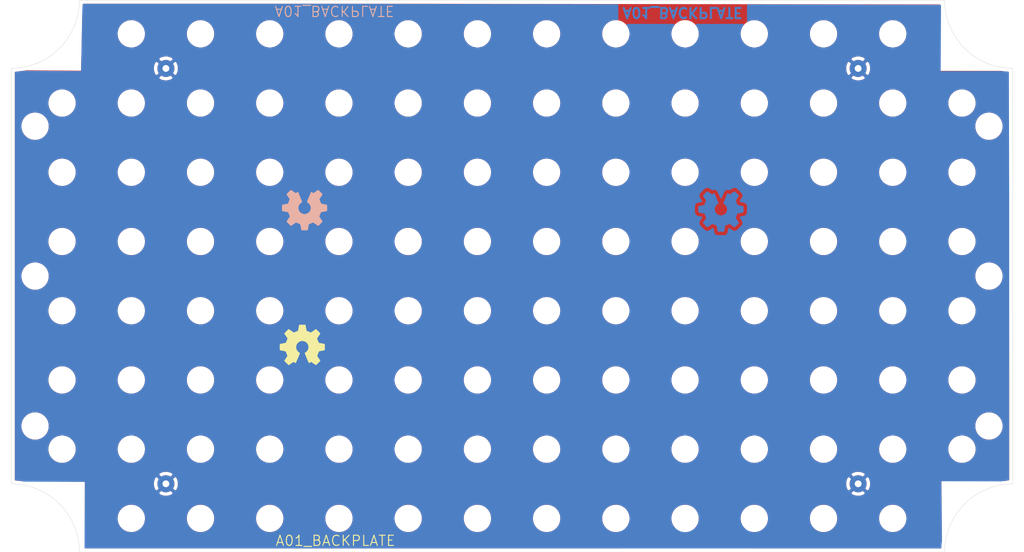
<source format=kicad_pcb>
(kicad_pcb (version 20171130) (host pcbnew 5.1.5-52549c5~86~ubuntu18.04.1)
  (title_block (title "TUSISTEMITA TEMPLATE") (company Galopago))
  (layers (0 F.Cu signal) (31 B.Cu signal) (34 B.Paste user) (35 F.Paste user) (36 B.SilkS user) (37 F.SilkS user) (38 B.Mask user) (39 F.Mask user) (44 Edge.Cuts user))
  (net 0 "")
  (net 1 "Net-(J0-Pad1)")
  (module Symbol:OSHW-Symbol_6.7x6mm_Copper (layer B.Cu) (at 124.1552 51.0032)
    (fp_text reference REF** hide)
    (fp_text value OSHW-Symbol_6.7x6mm_Copper hide)
    (fp_poly (pts (xy 0.555814 2.531069) (xy 0.639635 2.086445) (xy 0.94892 1.958947) (xy 1.258206 1.831449) (xy 1.629246 2.083754) (xy 1.733157 2.154004) (xy 1.827087 2.216728) (xy 1.906652 2.269062) (xy 1.96747 2.308143) (xy 2.005157 2.331107) (xy 2.015421 2.336058) (xy 2.03391 2.323324) (xy 2.07342 2.288118) (xy 2.129522 2.234938) (xy 2.197787 2.168282) (xy 2.273786 2.092646) (xy 2.353092 2.012528) (xy 2.431275 1.932426) (xy 2.503907 1.856836) (xy 2.566559 1.790255) (xy 2.614803 1.737182) (xy 2.64421 1.702113) (xy 2.651241 1.690377) (xy 2.641123 1.66874) (xy 2.612759 1.621338) (xy 2.569129 1.552807) (xy 2.513218 1.467785) (xy 2.448006 1.370907) (xy 2.410219 1.31565) (xy 2.341343 1.214752) (xy 2.28014 1.123701) (xy 2.229578 1.04703) (xy 2.192628 0.989272) (xy 2.172258 0.954957) (xy 2.169197 0.947746) (xy 2.176136 0.927252) (xy 2.195051 0.879487) (xy 2.223087 0.811168) (xy 2.257391 0.729011) (xy 2.295109 0.63973) (xy 2.333387 0.550042) (xy 2.36937 0.466662) (xy 2.400206 0.396306) (xy 2.423039 0.34569) (xy 2.435017 0.321529) (xy 2.435724 0.320578) (xy 2.454531 0.315964) (xy 2.504618 0.305672) (xy 2.580793 0.290713) (xy 2.677865 0.272099) (xy 2.790643 0.250841) (xy 2.856442 0.238582) (xy 2.97695 0.215638) (xy 3.085797 0.193805) (xy 3.177476 0.174278) (xy 3.246481 0.158252) (xy 3.287304 0.146921) (xy 3.295511 0.143326) (xy 3.303548 0.118994) (xy 3.310033 0.064041) (xy 3.31497 -0.015108) (xy 3.318364 -0.112026) (xy 3.320218 -0.220287) (xy 3.320538 -0.333465) (xy 3.319327 -0.445135) (xy 3.31659 -0.548868) (xy 3.312331 -0.638241) (xy 3.306555 -0.706826) (xy 3.299267 -0.748197) (xy 3.294895 -0.75681) (xy 3.268764 -0.767133) (xy 3.213393 -0.781892) (xy 3.136107 -0.799352) (xy 3.04423 -0.81778) (xy 3.012158 -0.823741) (xy 2.857524 -0.852066) (xy 2.735375 -0.874876) (xy 2.641673 -0.89308) (xy 2.572384 -0.907583) (xy 2.523471 -0.919292) (xy 2.490897 -0.929115) (xy 2.470628 -0.937956) (xy 2.458626 -0.946724) (xy 2.456947 -0.948457) (xy 2.440184 -0.976371) (xy 2.414614 -1.030695) (xy 2.382788 -1.104777) (xy 2.34726 -1.191965) (xy 2.310583 -1.285608) (xy 2.275311 -1.379052) (xy 2.243996 -1.465647) (xy 2.219193 -1.53874) (xy 2.203454 -1.591678) (xy 2.199332 -1.617811) (xy 2.199676 -1.618726) (xy 2.213641 -1.640086) (xy 2.245322 -1.687084) (xy 2.291391 -1.754827) (xy 2.348518 -1.838423) (xy 2.413373 -1.932982) (xy 2.431843 -1.959854) (xy 2.497699 -2.057275) (xy 2.55565 -2.146163) (xy 2.602538 -2.221412) (xy 2.635207 -2.27792) (xy 2.6505 -2.310581) (xy 2.651241 -2.314593) (xy 2.638392 -2.335684) (xy 2.602888 -2.377464) (xy 2.549293 -2.435445) (xy 2.482171 -2.505135) (xy 2.406087 -2.582045) (xy 2.325604 -2.661683) (xy 2.245287 -2.739561) (xy 2.169699 -2.811186) (xy 2.103405 -2.87207) (xy 2.050969 -2.917721) (xy 2.016955 -2.94365) (xy 2.007545 -2.947883) (xy 1.985643 -2.937912) (xy 1.9408 -2.91102) (xy 1.880321 -2.871736) (xy 1.833789 -2.840117) (xy 1.749475 -2.782098) (xy 1.649626 -2.713784) (xy 1.549473 -2.645579) (xy 1.495627 -2.609075) (xy 1.313371 -2.4858) (xy 1.160381 -2.56852) (xy 1.090682 -2.604759) (xy 1.031414 -2.632926) (xy 0.991311 -2.648991) (xy 0.981103 -2.651226) (xy 0.968829 -2.634722) (xy 0.944613 -2.588082) (xy 0.910263 -2.515609) (xy 0.867588 -2.421606) (xy 0.818394 -2.310374) (xy 0.76449 -2.186215) (xy 0.707684 -2.053432) (xy 0.649782 -1.916327) (xy 0.592593 -1.779202) (xy 0.537924 -1.646358) (xy 0.487584 -1.522098) (xy 0.44338 -1.410725) (xy 0.407119 -1.316539) (xy 0.380609 -1.243844) (xy 0.365658 -1.196941) (xy 0.363254 -1.180833) (xy 0.382311 -1.160286) (xy 0.424036 -1.126933) (xy 0.479706 -1.087702) (xy 0.484378 -1.084599) (xy 0.628264 -0.969423) (xy 0.744283 -0.835053) (xy 0.83143 -0.685784) (xy 0.888699 -0.525913) (xy 0.915086 -0.359737) (xy 0.909585 -0.191552) (xy 0.87119 -0.025655) (xy 0.798895 0.133658) (xy 0.777626 0.168513) (xy 0.666996 0.309263) (xy 0.536302 0.422286) (xy 0.390064 0.506997) (xy 0.232808 0.562806) (xy 0.069057 0.589126) (xy -0.096667 0.58537) (xy -0.259838 0.55095) (xy -0.415935 0.485277) (xy -0.560433 0.387765) (xy -0.605131 0.348187) (xy -0.718888 0.224297) (xy -0.801782 0.093876) (xy -0.858644 -0.052315) (xy -0.890313 -0.197088) (xy -0.898131 -0.35986) (xy -0.872062 -0.52344) (xy -0.814755 -0.682298) (xy -0.728856 -0.830906) (xy -0.617014 -0.963735) (xy -0.481877 -1.075256) (xy -0.464117 -1.087011) (xy -0.40785 -1.125508) (xy -0.365077 -1.158863) (xy -0.344628 -1.18016) (xy -0.344331 -1.180833) (xy -0.348721 -1.203871) (xy -0.366124 -1.256157) (xy -0.394732 -1.33339) (xy -0.432735 -1.431268) (xy -0.478326 -1.545491) (xy -0.529697 -1.671758) (xy -0.585038 -1.805767) (xy -0.642542 -1.943218) (xy -0.700399 -2.079808) (xy -0.756802 -2.211237) (xy -0.809942 -2.333205) (xy -0.85801 -2.441409) (xy -0.899199 -2.531549) (xy -0.931699 -2.599323) (xy -0.953703 -2.64043) (xy -0.962564 -2.651226) (xy -0.98964 -2.642819) (xy -1.040303 -2.620272) (xy -1.105817 -2.587613) (xy -1.141841 -2.56852) (xy -1.294832 -2.4858) (xy -1.477088 -2.609075) (xy -1.570125 -2.672228) (xy -1.671985 -2.741727) (xy -1.767438 -2.807165) (xy -1.81525 -2.840117) (xy -1.882495 -2.885273) (xy -1.939436 -2.921057) (xy -1.978646 -2.942938) (xy -1.991381 -2.947563) (xy -2.009917 -2.935085) (xy -2.050941 -2.900252) (xy -2.110475 -2.846678) (xy -2.184542 -2.777983) (xy -2.269165 -2.697781) (xy -2.322685 -2.646286) (xy -2.416319 -2.554286) (xy -2.497241 -2.471999) (xy -2.562177 -2.402945) (xy -2.607858 -2.350644) (xy -2.631011 -2.318616) (xy -2.633232 -2.312116) (xy -2.622924 -2.287394) (xy -2.594439 -2.237405) (xy -2.550937 -2.167212) (xy -2.495577 -2.081875) (xy -2.43152 -1.986456) (xy -2.413303 -1.959854) (xy -2.346927 -1.863167) (xy -2.287378 -1.776117) (xy -2.237984 -1.703595) (xy -2.202075 -1.650493) (xy -2.182981 -1.621703) (xy -2.181136 -1.618726) (xy -2.183895 -1.595782) (xy -2.198538 -1.545336) (xy -2.222513 -1.474041) (xy -2.253266 -1.388547) (xy -2.288244 -1.295507) (xy -2.324893 -1.201574) (xy -2.360661 -1.113399) (xy -2.392994 -1.037634) (xy -2.419338 -0.980931) (xy -2.437142 -0.949943) (xy -2.438407 -0.948457) (xy -2.449294 -0.939601) (xy -2.467682 -0.930843) (xy -2.497606 -0.921277) (xy -2.543103 -0.909996) (xy -2.608209 -0.896093) (xy -2.696961 -0.878663) (xy -2.813393 -0.856798) (xy -2.961542 -0.829591) (xy -2.993618 -0.823741) (xy -3.088686 -0.805374) (xy -3.171565 -0.787405) (xy -3.23493 -0.771569) (xy -3.271458 -0.7596) (xy -3.276356 -0.75681) (xy -3.284427 -0.732072) (xy -3.290987 -0.67679) (xy -3.296033 -0.597389) (xy -3.299559 -0.500296) (xy -3.301561 -0.391938) (xy -3.302036 -0.27874) (xy -3.300977 -0.167128) (xy -3.298382 -0.063529) (xy -3.294246 0.025632) (xy -3.288563 0.093928) (xy -3.281331 0.134934) (xy -3.276971 0.143326) (xy -3.252698 0.151792) (xy -3.197426 0.165565) (xy -3.116662 0.18345) (xy -3.015912 0.204252) (xy -2.900683 0.226777) (xy -2.837902 0.238582) (xy -2.718787 0.260849) (xy -2.612565 0.281021) (xy -2.524427 0.298085) (xy -2.459566 0.311031) (xy -2.423174 0.318845) (xy -2.417184 0.320578) (xy -2.407061 0.34011) (xy -2.385662 0.387157) (xy -2.355839 0.454997) (xy -2.320445 0.536909) (xy -2.282332 0.626172) (xy -2.244353 0.716065) (xy -2.20936 0.799865) (xy -2.180206 0.870853) (xy -2.159743 0.922306) (xy -2.150823 0.947503) (xy -2.150657 0.948604) (xy -2.160769 0.968481) (xy -2.189117 1.014223) (xy -2.232723 1.081283) (xy -2.288606 1.165116) (xy -2.353787 1.261174) (xy -2.391679 1.31635) (xy -2.460725 1.417519) (xy -2.52205 1.50937) (xy -2.572663 1.587256) (xy -2.609571 1.646531) (xy -2.629782 1.682549) (xy -2.632701 1.690623) (xy -2.620153 1.709416) (xy -2.585463 1.749543) (xy -2.533063 1.806507) (xy -2.467384 1.875815) (xy -2.392856 1.952969) (xy -2.313913 2.033475) (xy -2.234983 2.112837) (xy -2.1605 2.18656) (xy -2.094894 2.250148) (xy -2.042596 2.299106) (xy -2.008039 2.328939) (xy -1.996478 2.336058) (xy -1.977654 2.326047) (xy -1.932631 2.297922) (xy -1.865787 2.254546) (xy -1.781499 2.198782) (xy -1.684144 2.133494) (xy -1.610707 2.083754) (xy -1.239667 1.831449) (xy -0.621095 2.086445) (xy -0.537275 2.531069) (xy -0.453454 2.975693) (xy 0.471994 2.975693) (xy 0.555814 2.531069)) (layer B.Cu) (width 0.01))
  )
  (module Symbol:OSHW-Symbol_6.7x6mm_SilkScreen (layer B.Cu) (at 63.0428 50.8)
    (fp_text reference REF** hide)
    (fp_text value OSHW-Symbol_6.7x6mm_SilkScreen hide)
  )
  (module Symbol:OSHW-Symbol_6.7x6mm_Copper (layer F.Cu) (at 123.5964 70.5612)
    (fp_text reference REF** hide)
    (fp_text value OSHW-Symbol_6.7x6mm_Copper hide)
    (fp_poly (pts (xy 0.555814 -2.531069) (xy 0.639635 -2.086445) (xy 0.94892 -1.958947) (xy 1.258206 -1.831449) (xy 1.629246 -2.083754) (xy 1.733157 -2.154004) (xy 1.827087 -2.216728) (xy 1.906652 -2.269062) (xy 1.96747 -2.308143) (xy 2.005157 -2.331107) (xy 2.015421 -2.336058) (xy 2.03391 -2.323324) (xy 2.07342 -2.288118) (xy 2.129522 -2.234938) (xy 2.197787 -2.168282) (xy 2.273786 -2.092646) (xy 2.353092 -2.012528) (xy 2.431275 -1.932426) (xy 2.503907 -1.856836) (xy 2.566559 -1.790255) (xy 2.614803 -1.737182) (xy 2.64421 -1.702113) (xy 2.651241 -1.690377) (xy 2.641123 -1.66874) (xy 2.612759 -1.621338) (xy 2.569129 -1.552807) (xy 2.513218 -1.467785) (xy 2.448006 -1.370907) (xy 2.410219 -1.31565) (xy 2.341343 -1.214752) (xy 2.28014 -1.123701) (xy 2.229578 -1.04703) (xy 2.192628 -0.989272) (xy 2.172258 -0.954957) (xy 2.169197 -0.947746) (xy 2.176136 -0.927252) (xy 2.195051 -0.879487) (xy 2.223087 -0.811168) (xy 2.257391 -0.729011) (xy 2.295109 -0.63973) (xy 2.333387 -0.550042) (xy 2.36937 -0.466662) (xy 2.400206 -0.396306) (xy 2.423039 -0.34569) (xy 2.435017 -0.321529) (xy 2.435724 -0.320578) (xy 2.454531 -0.315964) (xy 2.504618 -0.305672) (xy 2.580793 -0.290713) (xy 2.677865 -0.272099) (xy 2.790643 -0.250841) (xy 2.856442 -0.238582) (xy 2.97695 -0.215638) (xy 3.085797 -0.193805) (xy 3.177476 -0.174278) (xy 3.246481 -0.158252) (xy 3.287304 -0.146921) (xy 3.295511 -0.143326) (xy 3.303548 -0.118994) (xy 3.310033 -0.064041) (xy 3.31497 0.015108) (xy 3.318364 0.112026) (xy 3.320218 0.220287) (xy 3.320538 0.333465) (xy 3.319327 0.445135) (xy 3.31659 0.548868) (xy 3.312331 0.638241) (xy 3.306555 0.706826) (xy 3.299267 0.748197) (xy 3.294895 0.75681) (xy 3.268764 0.767133) (xy 3.213393 0.781892) (xy 3.136107 0.799352) (xy 3.04423 0.81778) (xy 3.012158 0.823741) (xy 2.857524 0.852066) (xy 2.735375 0.874876) (xy 2.641673 0.89308) (xy 2.572384 0.907583) (xy 2.523471 0.919292) (xy 2.490897 0.929115) (xy 2.470628 0.937956) (xy 2.458626 0.946724) (xy 2.456947 0.948457) (xy 2.440184 0.976371) (xy 2.414614 1.030695) (xy 2.382788 1.104777) (xy 2.34726 1.191965) (xy 2.310583 1.285608) (xy 2.275311 1.379052) (xy 2.243996 1.465647) (xy 2.219193 1.53874) (xy 2.203454 1.591678) (xy 2.199332 1.617811) (xy 2.199676 1.618726) (xy 2.213641 1.640086) (xy 2.245322 1.687084) (xy 2.291391 1.754827) (xy 2.348518 1.838423) (xy 2.413373 1.932982) (xy 2.431843 1.959854) (xy 2.497699 2.057275) (xy 2.55565 2.146163) (xy 2.602538 2.221412) (xy 2.635207 2.27792) (xy 2.6505 2.310581) (xy 2.651241 2.314593) (xy 2.638392 2.335684) (xy 2.602888 2.377464) (xy 2.549293 2.435445) (xy 2.482171 2.505135) (xy 2.406087 2.582045) (xy 2.325604 2.661683) (xy 2.245287 2.739561) (xy 2.169699 2.811186) (xy 2.103405 2.87207) (xy 2.050969 2.917721) (xy 2.016955 2.94365) (xy 2.007545 2.947883) (xy 1.985643 2.937912) (xy 1.9408 2.91102) (xy 1.880321 2.871736) (xy 1.833789 2.840117) (xy 1.749475 2.782098) (xy 1.649626 2.713784) (xy 1.549473 2.645579) (xy 1.495627 2.609075) (xy 1.313371 2.4858) (xy 1.160381 2.56852) (xy 1.090682 2.604759) (xy 1.031414 2.632926) (xy 0.991311 2.648991) (xy 0.981103 2.651226) (xy 0.968829 2.634722) (xy 0.944613 2.588082) (xy 0.910263 2.515609) (xy 0.867588 2.421606) (xy 0.818394 2.310374) (xy 0.76449 2.186215) (xy 0.707684 2.053432) (xy 0.649782 1.916327) (xy 0.592593 1.779202) (xy 0.537924 1.646358) (xy 0.487584 1.522098) (xy 0.44338 1.410725) (xy 0.407119 1.316539) (xy 0.380609 1.243844) (xy 0.365658 1.196941) (xy 0.363254 1.180833) (xy 0.382311 1.160286) (xy 0.424036 1.126933) (xy 0.479706 1.087702) (xy 0.484378 1.084599) (xy 0.628264 0.969423) (xy 0.744283 0.835053) (xy 0.83143 0.685784) (xy 0.888699 0.525913) (xy 0.915086 0.359737) (xy 0.909585 0.191552) (xy 0.87119 0.025655) (xy 0.798895 -0.133658) (xy 0.777626 -0.168513) (xy 0.666996 -0.309263) (xy 0.536302 -0.422286) (xy 0.390064 -0.506997) (xy 0.232808 -0.562806) (xy 0.069057 -0.589126) (xy -0.096667 -0.58537) (xy -0.259838 -0.55095) (xy -0.415935 -0.485277) (xy -0.560433 -0.387765) (xy -0.605131 -0.348187) (xy -0.718888 -0.224297) (xy -0.801782 -0.093876) (xy -0.858644 0.052315) (xy -0.890313 0.197088) (xy -0.898131 0.35986) (xy -0.872062 0.52344) (xy -0.814755 0.682298) (xy -0.728856 0.830906) (xy -0.617014 0.963735) (xy -0.481877 1.075256) (xy -0.464117 1.087011) (xy -0.40785 1.125508) (xy -0.365077 1.158863) (xy -0.344628 1.18016) (xy -0.344331 1.180833) (xy -0.348721 1.203871) (xy -0.366124 1.256157) (xy -0.394732 1.33339) (xy -0.432735 1.431268) (xy -0.478326 1.545491) (xy -0.529697 1.671758) (xy -0.585038 1.805767) (xy -0.642542 1.943218) (xy -0.700399 2.079808) (xy -0.756802 2.211237) (xy -0.809942 2.333205) (xy -0.85801 2.441409) (xy -0.899199 2.531549) (xy -0.931699 2.599323) (xy -0.953703 2.64043) (xy -0.962564 2.651226) (xy -0.98964 2.642819) (xy -1.040303 2.620272) (xy -1.105817 2.587613) (xy -1.141841 2.56852) (xy -1.294832 2.4858) (xy -1.477088 2.609075) (xy -1.570125 2.672228) (xy -1.671985 2.741727) (xy -1.767438 2.807165) (xy -1.81525 2.840117) (xy -1.882495 2.885273) (xy -1.939436 2.921057) (xy -1.978646 2.942938) (xy -1.991381 2.947563) (xy -2.009917 2.935085) (xy -2.050941 2.900252) (xy -2.110475 2.846678) (xy -2.184542 2.777983) (xy -2.269165 2.697781) (xy -2.322685 2.646286) (xy -2.416319 2.554286) (xy -2.497241 2.471999) (xy -2.562177 2.402945) (xy -2.607858 2.350644) (xy -2.631011 2.318616) (xy -2.633232 2.312116) (xy -2.622924 2.287394) (xy -2.594439 2.237405) (xy -2.550937 2.167212) (xy -2.495577 2.081875) (xy -2.43152 1.986456) (xy -2.413303 1.959854) (xy -2.346927 1.863167) (xy -2.287378 1.776117) (xy -2.237984 1.703595) (xy -2.202075 1.650493) (xy -2.182981 1.621703) (xy -2.181136 1.618726) (xy -2.183895 1.595782) (xy -2.198538 1.545336) (xy -2.222513 1.474041) (xy -2.253266 1.388547) (xy -2.288244 1.295507) (xy -2.324893 1.201574) (xy -2.360661 1.113399) (xy -2.392994 1.037634) (xy -2.419338 0.980931) (xy -2.437142 0.949943) (xy -2.438407 0.948457) (xy -2.449294 0.939601) (xy -2.467682 0.930843) (xy -2.497606 0.921277) (xy -2.543103 0.909996) (xy -2.608209 0.896093) (xy -2.696961 0.878663) (xy -2.813393 0.856798) (xy -2.961542 0.829591) (xy -2.993618 0.823741) (xy -3.088686 0.805374) (xy -3.171565 0.787405) (xy -3.23493 0.771569) (xy -3.271458 0.7596) (xy -3.276356 0.75681) (xy -3.284427 0.732072) (xy -3.290987 0.67679) (xy -3.296033 0.597389) (xy -3.299559 0.500296) (xy -3.301561 0.391938) (xy -3.302036 0.27874) (xy -3.300977 0.167128) (xy -3.298382 0.063529) (xy -3.294246 -0.025632) (xy -3.288563 -0.093928) (xy -3.281331 -0.134934) (xy -3.276971 -0.143326) (xy -3.252698 -0.151792) (xy -3.197426 -0.165565) (xy -3.116662 -0.18345) (xy -3.015912 -0.204252) (xy -2.900683 -0.226777) (xy -2.837902 -0.238582) (xy -2.718787 -0.260849) (xy -2.612565 -0.281021) (xy -2.524427 -0.298085) (xy -2.459566 -0.311031) (xy -2.423174 -0.318845) (xy -2.417184 -0.320578) (xy -2.407061 -0.34011) (xy -2.385662 -0.387157) (xy -2.355839 -0.454997) (xy -2.320445 -0.536909) (xy -2.282332 -0.626172) (xy -2.244353 -0.716065) (xy -2.20936 -0.799865) (xy -2.180206 -0.870853) (xy -2.159743 -0.922306) (xy -2.150823 -0.947503) (xy -2.150657 -0.948604) (xy -2.160769 -0.968481) (xy -2.189117 -1.014223) (xy -2.232723 -1.081283) (xy -2.288606 -1.165116) (xy -2.353787 -1.261174) (xy -2.391679 -1.31635) (xy -2.460725 -1.417519) (xy -2.52205 -1.50937) (xy -2.572663 -1.587256) (xy -2.609571 -1.646531) (xy -2.629782 -1.682549) (xy -2.632701 -1.690623) (xy -2.620153 -1.709416) (xy -2.585463 -1.749543) (xy -2.533063 -1.806507) (xy -2.467384 -1.875815) (xy -2.392856 -1.952969) (xy -2.313913 -2.033475) (xy -2.234983 -2.112837) (xy -2.1605 -2.18656) (xy -2.094894 -2.250148) (xy -2.042596 -2.299106) (xy -2.008039 -2.328939) (xy -1.996478 -2.336058) (xy -1.977654 -2.326047) (xy -1.932631 -2.297922) (xy -1.865787 -2.254546) (xy -1.781499 -2.198782) (xy -1.684144 -2.133494) (xy -1.610707 -2.083754) (xy -1.239667 -1.831449) (xy -0.621095 -2.086445) (xy -0.537275 -2.531069) (xy -0.453454 -2.975693) (xy 0.471994 -2.975693) (xy 0.555814 -2.531069)) (layer F.Cu) (width 0.01))
  )
  (module Symbol:OSHW-Symbol_6.7x6mm_SilkScreen (layer F.Cu) (at 62.7126 70.612)
    (fp_text reference REF** hide)
    (fp_text value OSHW-Symbol_6.7x6mm_SilkScreen hide)
  )
  (module MountingHole:MountingHole_3mm (layer F.Cu) (at 159.54 45.26)
    (fp_text reference HC13 hide)
    (fp_text value MountingHole)
    (pad 1 np_thru_hole circle (at 0 0) (size 3 3) (drill 3) (layers *.Cu *.Mask))
  )
  (module Connector_Wire:SolderWirePad_1x01_Drill1mm (layer F.Cu) (at 144.3 90.98)
    (fp_text reference J3 hide)
    (fp_text value Conn_01x01_Male)
    (pad 1 thru_hole circle (at 0 0) (size 2.49936 2.49936) (drill 1.00076) (layers *.Cu *.Mask) (net 1 "Net-(J0-Pad1)"))
  )
  (module Connector_Wire:SolderWirePad_1x01_Drill1mm (layer F.Cu) (at 144.3 30.02)
    (fp_text reference J2 hide)
    (fp_text value Conn_01x01_Male)
    (pad 1 thru_hole circle (at 0 0) (size 2.49936 2.49936) (drill 1.00076) (layers *.Cu *.Mask) (net 1 "Net-(J0-Pad1)"))
  )
  (module Connector_Wire:SolderWirePad_1x01_Drill1mm (layer F.Cu) (at 42.7 90.98)
    (fp_text reference J1 hide)
    (fp_text value Conn_01x01_Male)
    (pad 1 thru_hole circle (at 0 0) (size 2.49936 2.49936) (drill 1.00076) (layers *.Cu *.Mask) (net 1 "Net-(J0-Pad1)"))
  )
  (module Connector_Wire:SolderWirePad_1x01_Drill1mm (layer F.Cu) (at 42.7 30.02)
    (fp_text reference J0 hide)
    (fp_text value Conn_01x01_Male)
    (pad 1 thru_hole circle (at 0 0) (size 2.49936 2.49936) (drill 1.00076) (layers *.Cu *.Mask) (net 1 "Net-(J0-Pad1)"))
  )
  (module MountingHole:MountingHole_3mm (layer F.Cu) (at 163.5 82.5)
    (fp_text reference HZ5 hide)
    (fp_text value MountingHole)
    (pad 1 np_thru_hole circle (at 0 0) (size 3 3) (drill 3) (layers *.Cu *.Mask))
  )
  (module MountingHole:MountingHole_3mm (layer F.Cu) (at 163.5 60.5)
    (fp_text reference HZ4 hide)
    (fp_text value MountingHole)
    (pad 1 np_thru_hole circle (at 0 0) (size 3 3) (drill 3) (layers *.Cu *.Mask))
  )
  (module MountingHole:MountingHole_3mm (layer F.Cu) (at 163.5 38.5)
    (fp_text reference HZ3 hide)
    (fp_text value MountingHole)
    (pad 1 np_thru_hole circle (at 0 0) (size 3 3) (drill 3) (layers *.Cu *.Mask))
  )
  (module MountingHole:MountingHole_3mm (layer F.Cu) (at 23.5 82.5)
    (fp_text reference HZ2 hide)
    (fp_text value MountingHole)
    (pad 1 np_thru_hole circle (at 0 0) (size 3 3) (drill 3) (layers *.Cu *.Mask))
  )
  (module MountingHole:MountingHole_3mm (layer F.Cu) (at 23.5 60.5)
    (fp_text reference HZ1 hide)
    (fp_text value MountingHole)
    (pad 1 np_thru_hole circle (at 0 0) (size 3 3) (drill 3) (layers *.Cu *.Mask))
  )
  (module MountingHole:MountingHole_3mm (layer F.Cu) (at 23.5 38.5)
    (fp_text reference HZ0 hide)
    (fp_text value MountingHole)
    (pad 1 np_thru_hole circle (at 0 0) (size 3 3) (drill 3) (layers *.Cu *.Mask))
  )
  (module MountingHole:MountingHole_3mm (layer F.Cu) (at 57.94 24.94)
    (fp_text reference HA3 hide)
    (fp_text value MountingHole)
    (pad 1 np_thru_hole circle (at 0 0) (size 3 3) (drill 3) (layers *.Cu *.Mask))
  )
  (module MountingHole:MountingHole_3mm (layer F.Cu) (at 149.38 96.06)
    (fp_text reference HH12 hide)
    (fp_text value MountingHole)
    (pad 1 np_thru_hole circle (at 0 0) (size 3 3) (drill 3) (layers *.Cu *.Mask))
  )
  (module MountingHole:MountingHole_3mm (layer F.Cu) (at 139.22 96.06)
    (fp_text reference HH11 hide)
    (fp_text value MountingHole)
    (pad 1 np_thru_hole circle (at 0 0) (size 3 3) (drill 3) (layers *.Cu *.Mask))
  )
  (module MountingHole:MountingHole_3mm (layer F.Cu) (at 129.06 96.06)
    (fp_text reference HH10 hide)
    (fp_text value MountingHole)
    (pad 1 np_thru_hole circle (at 0 0) (size 3 3) (drill 3) (layers *.Cu *.Mask))
  )
  (module MountingHole:MountingHole_3mm (layer F.Cu) (at 118.9 96.06)
    (fp_text reference HH9 hide)
    (fp_text value MountingHole)
    (pad 1 np_thru_hole circle (at 0 0) (size 3 3) (drill 3) (layers *.Cu *.Mask))
  )
  (module MountingHole:MountingHole_3mm (layer F.Cu) (at 108.74 96.06)
    (fp_text reference HH8 hide)
    (fp_text value MountingHole)
    (pad 1 np_thru_hole circle (at 0 0) (size 3 3) (drill 3) (layers *.Cu *.Mask))
  )
  (module MountingHole:MountingHole_3mm (layer F.Cu) (at 98.58 96.06)
    (fp_text reference HH7 hide)
    (fp_text value MountingHole)
    (pad 1 np_thru_hole circle (at 0 0) (size 3 3) (drill 3) (layers *.Cu *.Mask))
  )
  (module MountingHole:MountingHole_3mm (layer F.Cu) (at 88.42 96.06)
    (fp_text reference HH6 hide)
    (fp_text value MountingHole)
    (pad 1 np_thru_hole circle (at 0 0) (size 3 3) (drill 3) (layers *.Cu *.Mask))
  )
  (module MountingHole:MountingHole_3mm (layer F.Cu) (at 78.26 96.06)
    (fp_text reference HH5 hide)
    (fp_text value MountingHole)
    (pad 1 np_thru_hole circle (at 0 0) (size 3 3) (drill 3) (layers *.Cu *.Mask))
  )
  (module MountingHole:MountingHole_3mm (layer F.Cu) (at 68.1 96.06)
    (fp_text reference HH4 hide)
    (fp_text value MountingHole)
    (pad 1 np_thru_hole circle (at 0 0) (size 3 3) (drill 3) (layers *.Cu *.Mask))
  )
  (module MountingHole:MountingHole_3mm (layer F.Cu) (at 57.94 96.06)
    (fp_text reference HH3 hide)
    (fp_text value MountingHole)
    (pad 1 np_thru_hole circle (at 0 0) (size 3 3) (drill 3) (layers *.Cu *.Mask))
  )
  (module MountingHole:MountingHole_3mm (layer F.Cu) (at 47.78 96.06)
    (fp_text reference HH2 hide)
    (fp_text value MountingHole)
    (pad 1 np_thru_hole circle (at 0 0) (size 3 3) (drill 3) (layers *.Cu *.Mask))
  )
  (module MountingHole:MountingHole_3mm (layer F.Cu) (at 37.62 96.06)
    (fp_text reference HH1 hide)
    (fp_text value MountingHole)
    (pad 1 np_thru_hole circle (at 0 0) (size 3 3) (drill 3) (layers *.Cu *.Mask))
  )
  (module MountingHole:MountingHole_3mm (layer F.Cu) (at 159.54 85.9)
    (fp_text reference HG13 hide)
    (fp_text value MountingHole)
    (pad 1 np_thru_hole circle (at 0 0) (size 3 3) (drill 3) (layers *.Cu *.Mask))
  )
  (module MountingHole:MountingHole_3mm (layer F.Cu) (at 149.38 85.9)
    (fp_text reference HG12 hide)
    (fp_text value MountingHole)
    (pad 1 np_thru_hole circle (at 0 0) (size 3 3) (drill 3) (layers *.Cu *.Mask))
  )
  (module MountingHole:MountingHole_3mm (layer F.Cu) (at 139.22 85.9)
    (fp_text reference HG11 hide)
    (fp_text value MountingHole)
    (pad 1 np_thru_hole circle (at 0 0) (size 3 3) (drill 3) (layers *.Cu *.Mask))
  )
  (module MountingHole:MountingHole_3mm (layer F.Cu) (at 129.06 85.9)
    (fp_text reference HG10 hide)
    (fp_text value MountingHole)
    (pad 1 np_thru_hole circle (at 0 0) (size 3 3) (drill 3) (layers *.Cu *.Mask))
  )
  (module MountingHole:MountingHole_3mm (layer F.Cu) (at 118.9 85.9)
    (fp_text reference HG9 hide)
    (fp_text value MountingHole)
    (pad 1 np_thru_hole circle (at 0 0) (size 3 3) (drill 3) (layers *.Cu *.Mask))
  )
  (module MountingHole:MountingHole_3mm (layer F.Cu) (at 108.74 85.9)
    (fp_text reference HG8 hide)
    (fp_text value MountingHole)
    (pad 1 np_thru_hole circle (at 0 0) (size 3 3) (drill 3) (layers *.Cu *.Mask))
  )
  (module MountingHole:MountingHole_3mm (layer F.Cu) (at 98.58 85.9)
    (fp_text reference HG7 hide)
    (fp_text value MountingHole)
    (pad 1 np_thru_hole circle (at 0 0) (size 3 3) (drill 3) (layers *.Cu *.Mask))
  )
  (module MountingHole:MountingHole_3mm (layer F.Cu) (at 88.42 85.9)
    (fp_text reference HG6 hide)
    (fp_text value MountingHole)
    (pad 1 np_thru_hole circle (at 0 0) (size 3 3) (drill 3) (layers *.Cu *.Mask))
  )
  (module MountingHole:MountingHole_3mm (layer F.Cu) (at 78.26 85.9)
    (fp_text reference HG5 hide)
    (fp_text value MountingHole)
    (pad 1 np_thru_hole circle (at 0 0) (size 3 3) (drill 3) (layers *.Cu *.Mask))
  )
  (module MountingHole:MountingHole_3mm (layer F.Cu) (at 68.1 85.9)
    (fp_text reference HG4 hide)
    (fp_text value MountingHole)
    (pad 1 np_thru_hole circle (at 0 0) (size 3 3) (drill 3) (layers *.Cu *.Mask))
  )
  (module MountingHole:MountingHole_3mm (layer F.Cu) (at 57.94 85.9)
    (fp_text reference HG3 hide)
    (fp_text value MountingHole)
    (pad 1 np_thru_hole circle (at 0 0) (size 3 3) (drill 3) (layers *.Cu *.Mask))
  )
  (module MountingHole:MountingHole_3mm (layer F.Cu) (at 47.78 85.9)
    (fp_text reference HG2 hide)
    (fp_text value MountingHole)
    (pad 1 np_thru_hole circle (at 0 0) (size 3 3) (drill 3) (layers *.Cu *.Mask))
  )
  (module MountingHole:MountingHole_3mm (layer F.Cu) (at 37.62 85.9)
    (fp_text reference HG1 hide)
    (fp_text value MountingHole)
    (pad 1 np_thru_hole circle (at 0 0) (size 3 3) (drill 3) (layers *.Cu *.Mask))
  )
  (module MountingHole:MountingHole_3mm (layer F.Cu) (at 27.46 85.9)
    (fp_text reference HG0 hide)
    (fp_text value MountingHole)
    (pad 1 np_thru_hole circle (at 0 0) (size 3 3) (drill 3) (layers *.Cu *.Mask))
  )
  (module MountingHole:MountingHole_3mm (layer F.Cu) (at 159.54 75.74)
    (fp_text reference HF13 hide)
    (fp_text value MountingHole)
    (pad 1 np_thru_hole circle (at 0 0) (size 3 3) (drill 3) (layers *.Cu *.Mask))
  )
  (module MountingHole:MountingHole_3mm (layer F.Cu) (at 149.38 75.74)
    (fp_text reference HF12 hide)
    (fp_text value MountingHole)
    (pad 1 np_thru_hole circle (at 0 0) (size 3 3) (drill 3) (layers *.Cu *.Mask))
  )
  (module MountingHole:MountingHole_3mm (layer F.Cu) (at 139.22 75.74)
    (fp_text reference HF11 hide)
    (fp_text value MountingHole)
    (pad 1 np_thru_hole circle (at 0 0) (size 3 3) (drill 3) (layers *.Cu *.Mask))
  )
  (module MountingHole:MountingHole_3mm (layer F.Cu) (at 129.06 75.74)
    (fp_text reference HF10 hide)
    (fp_text value MountingHole)
    (pad 1 np_thru_hole circle (at 0 0) (size 3 3) (drill 3) (layers *.Cu *.Mask))
  )
  (module MountingHole:MountingHole_3mm (layer F.Cu) (at 118.9 75.74)
    (fp_text reference HF9 hide)
    (fp_text value MountingHole)
    (pad 1 np_thru_hole circle (at 0 0) (size 3 3) (drill 3) (layers *.Cu *.Mask))
  )
  (module MountingHole:MountingHole_3mm (layer F.Cu) (at 108.74 75.74)
    (fp_text reference HF8 hide)
    (fp_text value MountingHole)
    (pad 1 np_thru_hole circle (at 0 0) (size 3 3) (drill 3) (layers *.Cu *.Mask))
  )
  (module MountingHole:MountingHole_3mm (layer F.Cu) (at 98.58 75.74)
    (fp_text reference HF7 hide)
    (fp_text value MountingHole)
    (pad 1 np_thru_hole circle (at 0 0) (size 3 3) (drill 3) (layers *.Cu *.Mask))
  )
  (module MountingHole:MountingHole_3mm (layer F.Cu) (at 88.42 75.74)
    (fp_text reference HF6 hide)
    (fp_text value MountingHole)
    (pad 1 np_thru_hole circle (at 0 0) (size 3 3) (drill 3) (layers *.Cu *.Mask))
  )
  (module MountingHole:MountingHole_3mm (layer F.Cu) (at 78.26 75.74)
    (fp_text reference HF5 hide)
    (fp_text value MountingHole)
    (pad 1 np_thru_hole circle (at 0 0) (size 3 3) (drill 3) (layers *.Cu *.Mask))
  )
  (module MountingHole:MountingHole_3mm (layer F.Cu) (at 68.1 75.74)
    (fp_text reference HF4 hide)
    (fp_text value MountingHole)
    (pad 1 np_thru_hole circle (at 0 0) (size 3 3) (drill 3) (layers *.Cu *.Mask))
  )
  (module MountingHole:MountingHole_3mm (layer F.Cu) (at 57.94 75.74)
    (fp_text reference HF3 hide)
    (fp_text value MountingHole)
    (pad 1 np_thru_hole circle (at 0 0) (size 3 3) (drill 3) (layers *.Cu *.Mask))
  )
  (module MountingHole:MountingHole_3mm (layer F.Cu) (at 47.78 75.74)
    (fp_text reference HF2 hide)
    (fp_text value MountingHole)
    (pad 1 np_thru_hole circle (at 0 0) (size 3 3) (drill 3) (layers *.Cu *.Mask))
  )
  (module MountingHole:MountingHole_3mm (layer F.Cu) (at 37.62 75.74)
    (fp_text reference HF1 hide)
    (fp_text value MountingHole)
    (pad 1 np_thru_hole circle (at 0 0) (size 3 3) (drill 3) (layers *.Cu *.Mask))
  )
  (module MountingHole:MountingHole_3mm (layer F.Cu) (at 27.46 75.74)
    (fp_text reference HF0 hide)
    (fp_text value MountingHole)
    (pad 1 np_thru_hole circle (at 0 0) (size 3 3) (drill 3) (layers *.Cu *.Mask))
  )
  (module MountingHole:MountingHole_3mm (layer F.Cu) (at 159.54 65.58)
    (fp_text reference HE13 hide)
    (fp_text value MountingHole)
    (pad 1 np_thru_hole circle (at 0 0) (size 3 3) (drill 3) (layers *.Cu *.Mask))
  )
  (module MountingHole:MountingHole_3mm (layer F.Cu) (at 149.38 65.58)
    (fp_text reference HE12 hide)
    (fp_text value MountingHole)
    (pad 1 np_thru_hole circle (at 0 0) (size 3 3) (drill 3) (layers *.Cu *.Mask))
  )
  (module MountingHole:MountingHole_3mm (layer F.Cu) (at 139.22 65.58)
    (fp_text reference HE11 hide)
    (fp_text value MountingHole)
    (pad 1 np_thru_hole circle (at 0 0) (size 3 3) (drill 3) (layers *.Cu *.Mask))
  )
  (module MountingHole:MountingHole_3mm (layer F.Cu) (at 129.06 65.58)
    (fp_text reference HE10 hide)
    (fp_text value MountingHole)
    (pad 1 np_thru_hole circle (at 0 0) (size 3 3) (drill 3) (layers *.Cu *.Mask))
  )
  (module MountingHole:MountingHole_3mm (layer F.Cu) (at 118.9 65.58)
    (fp_text reference HE9 hide)
    (fp_text value MountingHole)
    (pad 1 np_thru_hole circle (at 0 0) (size 3 3) (drill 3) (layers *.Cu *.Mask))
  )
  (module MountingHole:MountingHole_3mm (layer F.Cu) (at 108.74 65.58)
    (fp_text reference HE8 hide)
    (fp_text value MountingHole)
    (pad 1 np_thru_hole circle (at 0 0) (size 3 3) (drill 3) (layers *.Cu *.Mask))
  )
  (module MountingHole:MountingHole_3mm (layer F.Cu) (at 98.58 65.58)
    (fp_text reference HE7 hide)
    (fp_text value MountingHole)
    (pad 1 np_thru_hole circle (at 0 0) (size 3 3) (drill 3) (layers *.Cu *.Mask))
  )
  (module MountingHole:MountingHole_3mm (layer F.Cu) (at 88.42 65.58)
    (fp_text reference HE6 hide)
    (fp_text value MountingHole)
    (pad 1 np_thru_hole circle (at 0 0) (size 3 3) (drill 3) (layers *.Cu *.Mask))
  )
  (module MountingHole:MountingHole_3mm (layer F.Cu) (at 78.26 65.58)
    (fp_text reference HE5 hide)
    (fp_text value MountingHole)
    (pad 1 np_thru_hole circle (at 0 0) (size 3 3) (drill 3) (layers *.Cu *.Mask))
  )
  (module MountingHole:MountingHole_3mm (layer F.Cu) (at 68.1 65.58)
    (fp_text reference HE4 hide)
    (fp_text value MountingHole)
    (pad 1 np_thru_hole circle (at 0 0) (size 3 3) (drill 3) (layers *.Cu *.Mask))
  )
  (module MountingHole:MountingHole_3mm (layer F.Cu) (at 57.94 65.58)
    (fp_text reference HE3 hide)
    (fp_text value MountingHole)
    (pad 1 np_thru_hole circle (at 0 0) (size 3 3) (drill 3) (layers *.Cu *.Mask))
  )
  (module MountingHole:MountingHole_3mm (layer F.Cu) (at 47.78 65.58)
    (fp_text reference HE2 hide)
    (fp_text value MountingHole)
    (pad 1 np_thru_hole circle (at 0 0) (size 3 3) (drill 3) (layers *.Cu *.Mask))
  )
  (module MountingHole:MountingHole_3mm (layer F.Cu) (at 37.62 65.58)
    (fp_text reference HE1 hide)
    (fp_text value MountingHole)
    (pad 1 np_thru_hole circle (at 0 0) (size 3 3) (drill 3) (layers *.Cu *.Mask))
  )
  (module MountingHole:MountingHole_3mm (layer F.Cu) (at 27.46 65.58)
    (fp_text reference HE0 hide)
    (fp_text value MountingHole)
    (pad 1 np_thru_hole circle (at 0 0) (size 3 3) (drill 3) (layers *.Cu *.Mask))
  )
  (module MountingHole:MountingHole_3mm (layer F.Cu) (at 159.54 55.42)
    (fp_text reference HD13 hide)
    (fp_text value MountingHole)
    (pad 1 np_thru_hole circle (at 0 0) (size 3 3) (drill 3) (layers *.Cu *.Mask))
  )
  (module MountingHole:MountingHole_3mm (layer F.Cu) (at 149.38 55.42)
    (fp_text reference HD12 hide)
    (fp_text value MountingHole)
    (pad 1 np_thru_hole circle (at 0 0) (size 3 3) (drill 3) (layers *.Cu *.Mask))
  )
  (module MountingHole:MountingHole_3mm (layer F.Cu) (at 139.22 55.42)
    (fp_text reference HD11 hide)
    (fp_text value MountingHole)
    (pad 1 np_thru_hole circle (at 0 0) (size 3 3) (drill 3) (layers *.Cu *.Mask))
  )
  (module MountingHole:MountingHole_3mm (layer F.Cu) (at 129.06 55.42)
    (fp_text reference HD10 hide)
    (fp_text value MountingHole)
    (pad 1 np_thru_hole circle (at 0 0) (size 3 3) (drill 3) (layers *.Cu *.Mask))
  )
  (module MountingHole:MountingHole_3mm (layer F.Cu) (at 118.9 55.42)
    (fp_text reference HD9 hide)
    (fp_text value MountingHole)
    (pad 1 np_thru_hole circle (at 0 0) (size 3 3) (drill 3) (layers *.Cu *.Mask))
  )
  (module MountingHole:MountingHole_3mm (layer F.Cu) (at 108.74 55.42)
    (fp_text reference HD8 hide)
    (fp_text value MountingHole)
    (pad 1 np_thru_hole circle (at 0 0) (size 3 3) (drill 3) (layers *.Cu *.Mask))
  )
  (module MountingHole:MountingHole_3mm (layer F.Cu) (at 98.58 55.42)
    (fp_text reference HD7 hide)
    (fp_text value MountingHole)
    (pad 1 np_thru_hole circle (at 0 0) (size 3 3) (drill 3) (layers *.Cu *.Mask))
  )
  (module MountingHole:MountingHole_3mm (layer F.Cu) (at 88.42 55.42)
    (fp_text reference HD6 hide)
    (fp_text value MountingHole)
    (pad 1 np_thru_hole circle (at 0 0) (size 3 3) (drill 3) (layers *.Cu *.Mask))
  )
  (module MountingHole:MountingHole_3mm (layer F.Cu) (at 78.26 55.42)
    (fp_text reference HD5 hide)
    (fp_text value MountingHole)
    (pad 1 np_thru_hole circle (at 0 0) (size 3 3) (drill 3) (layers *.Cu *.Mask))
  )
  (module MountingHole:MountingHole_3mm (layer F.Cu) (at 68.1 55.42)
    (fp_text reference HD4 hide)
    (fp_text value MountingHole)
    (pad 1 np_thru_hole circle (at 0 0) (size 3 3) (drill 3) (layers *.Cu *.Mask))
  )
  (module MountingHole:MountingHole_3mm (layer F.Cu) (at 57.94 55.42)
    (fp_text reference HD3 hide)
    (fp_text value MountingHole)
    (pad 1 np_thru_hole circle (at 0 0) (size 3 3) (drill 3) (layers *.Cu *.Mask))
  )
  (module MountingHole:MountingHole_3mm (layer F.Cu) (at 47.78 55.42)
    (fp_text reference HD2 hide)
    (fp_text value MountingHole)
    (pad 1 np_thru_hole circle (at 0 0) (size 3 3) (drill 3) (layers *.Cu *.Mask))
  )
  (module MountingHole:MountingHole_3mm (layer F.Cu) (at 37.62 55.42)
    (fp_text reference HD1 hide)
    (fp_text value MountingHole)
    (pad 1 np_thru_hole circle (at 0 0) (size 3 3) (drill 3) (layers *.Cu *.Mask))
  )
  (module MountingHole:MountingHole_3mm (layer F.Cu) (at 27.46 55.42)
    (fp_text reference HD0 hide)
    (fp_text value MountingHole)
    (pad 1 np_thru_hole circle (at 0 0) (size 3 3) (drill 3) (layers *.Cu *.Mask))
  )
  (module MountingHole:MountingHole_3mm (layer F.Cu) (at 78.26 45.26)
    (fp_text reference HC5 hide)
    (fp_text value MountingHole)
    (pad 1 np_thru_hole circle (at 0 0) (size 3 3) (drill 3) (layers *.Cu *.Mask))
  )
  (module MountingHole:MountingHole_3mm (layer F.Cu) (at 149.38 45.26)
    (fp_text reference HC12 hide)
    (fp_text value MountingHole)
    (pad 1 np_thru_hole circle (at 0 0) (size 3 3) (drill 3) (layers *.Cu *.Mask))
  )
  (module MountingHole:MountingHole_3mm (layer F.Cu) (at 139.22 45.26)
    (fp_text reference HC11 hide)
    (fp_text value MountingHole)
    (pad 1 np_thru_hole circle (at 0 0) (size 3 3) (drill 3) (layers *.Cu *.Mask))
  )
  (module MountingHole:MountingHole_3mm (layer F.Cu) (at 129.06 45.26)
    (fp_text reference HC10 hide)
    (fp_text value MountingHole)
    (pad 1 np_thru_hole circle (at 0 0) (size 3 3) (drill 3) (layers *.Cu *.Mask))
  )
  (module MountingHole:MountingHole_3mm (layer F.Cu) (at 118.9 45.26)
    (fp_text reference HC9 hide)
    (fp_text value MountingHole)
    (pad 1 np_thru_hole circle (at 0 0) (size 3 3) (drill 3) (layers *.Cu *.Mask))
  )
  (module MountingHole:MountingHole_3mm (layer F.Cu) (at 108.74 45.26)
    (fp_text reference HC8 hide)
    (fp_text value MountingHole)
    (pad 1 np_thru_hole circle (at 0 0) (size 3 3) (drill 3) (layers *.Cu *.Mask))
  )
  (module MountingHole:MountingHole_3mm (layer F.Cu) (at 98.58 45.26)
    (fp_text reference HC7 hide)
    (fp_text value MountingHole)
    (pad 1 np_thru_hole circle (at 0 0) (size 3 3) (drill 3) (layers *.Cu *.Mask))
  )
  (module MountingHole:MountingHole_3mm (layer F.Cu) (at 88.42 45.26)
    (fp_text reference HC6 hide)
    (fp_text value MountingHole)
    (pad 1 np_thru_hole circle (at 0 0) (size 3 3) (drill 3) (layers *.Cu *.Mask))
  )
  (module MountingHole:MountingHole_3mm (layer F.Cu) (at 68.1 45.26)
    (fp_text reference HC4 hide)
    (fp_text value MountingHole)
    (pad 1 np_thru_hole circle (at 0 0) (size 3 3) (drill 3) (layers *.Cu *.Mask))
  )
  (module MountingHole:MountingHole_3mm (layer F.Cu) (at 57.94 45.26)
    (fp_text reference HC3 hide)
    (fp_text value MountingHole)
    (pad 1 np_thru_hole circle (at 0 0) (size 3 3) (drill 3) (layers *.Cu *.Mask))
  )
  (module MountingHole:MountingHole_3mm (layer F.Cu) (at 47.78 45.26)
    (fp_text reference HC2 hide)
    (fp_text value MountingHole)
    (pad 1 np_thru_hole circle (at 0 0) (size 3 3) (drill 3) (layers *.Cu *.Mask))
  )
  (module MountingHole:MountingHole_3mm (layer F.Cu) (at 37.62 45.26)
    (fp_text reference HC1 hide)
    (fp_text value MountingHole)
    (pad 1 np_thru_hole circle (at 0 0) (size 3 3) (drill 3) (layers *.Cu *.Mask))
  )
  (module MountingHole:MountingHole_3mm (layer F.Cu) (at 27.46 45.26)
    (fp_text reference HC0 hide)
    (fp_text value MountingHole)
    (pad 1 np_thru_hole circle (at 0 0) (size 3 3) (drill 3) (layers *.Cu *.Mask))
  )
  (module MountingHole:MountingHole_3mm (layer F.Cu) (at 159.54 35.1)
    (fp_text reference HB13 hide)
    (fp_text value MountingHole)
    (pad 1 np_thru_hole circle (at 0 0) (size 3 3) (drill 3) (layers *.Cu *.Mask))
  )
  (module MountingHole:MountingHole_3mm (layer F.Cu) (at 149.38 35.1)
    (fp_text reference HB12 hide)
    (fp_text value MountingHole)
    (pad 1 np_thru_hole circle (at 0 0) (size 3 3) (drill 3) (layers *.Cu *.Mask))
  )
  (module MountingHole:MountingHole_3mm (layer F.Cu) (at 139.22 35.1)
    (fp_text reference HB11 hide)
    (fp_text value MountingHole)
    (pad 1 np_thru_hole circle (at 0 0) (size 3 3) (drill 3) (layers *.Cu *.Mask))
  )
  (module MountingHole:MountingHole_3mm (layer F.Cu) (at 129.06 35.1)
    (fp_text reference HB10 hide)
    (fp_text value MountingHole)
    (pad 1 np_thru_hole circle (at 0 0) (size 3 3) (drill 3) (layers *.Cu *.Mask))
  )
  (module MountingHole:MountingHole_3mm (layer F.Cu) (at 118.9 35.1)
    (fp_text reference HB9 hide)
    (fp_text value MountingHole)
    (pad 1 np_thru_hole circle (at 0 0) (size 3 3) (drill 3) (layers *.Cu *.Mask))
  )
  (module MountingHole:MountingHole_3mm (layer F.Cu) (at 108.74 35.1)
    (fp_text reference HB8 hide)
    (fp_text value MountingHole)
    (pad 1 np_thru_hole circle (at 0 0) (size 3 3) (drill 3) (layers *.Cu *.Mask))
  )
  (module MountingHole:MountingHole_3mm (layer F.Cu) (at 98.58 35.1)
    (fp_text reference HB7 hide)
    (fp_text value MountingHole)
    (pad 1 np_thru_hole circle (at 0 0) (size 3 3) (drill 3) (layers *.Cu *.Mask))
  )
  (module MountingHole:MountingHole_3mm (layer F.Cu) (at 88.42 35.1)
    (fp_text reference HB6 hide)
    (fp_text value MountingHole)
    (pad 1 np_thru_hole circle (at 0 0) (size 3 3) (drill 3) (layers *.Cu *.Mask))
  )
  (module MountingHole:MountingHole_3mm (layer F.Cu) (at 78.26 35.1)
    (fp_text reference HB5 hide)
    (fp_text value MountingHole)
    (pad 1 np_thru_hole circle (at 0 0) (size 3 3) (drill 3) (layers *.Cu *.Mask))
  )
  (module MountingHole:MountingHole_3mm (layer F.Cu) (at 68.1 35.1)
    (fp_text reference HB4 hide)
    (fp_text value MountingHole)
    (pad 1 np_thru_hole circle (at 0 0) (size 3 3) (drill 3) (layers *.Cu *.Mask))
  )
  (module MountingHole:MountingHole_3mm (layer F.Cu) (at 57.94 35.1)
    (fp_text reference HB3 hide)
    (fp_text value MountingHole)
    (pad 1 np_thru_hole circle (at 0 0) (size 3 3) (drill 3) (layers *.Cu *.Mask))
  )
  (module MountingHole:MountingHole_3mm (layer F.Cu) (at 47.78 35.1)
    (fp_text reference HB2 hide)
    (fp_text value MountingHole)
    (pad 1 np_thru_hole circle (at 0 0) (size 3 3) (drill 3) (layers *.Cu *.Mask))
  )
  (module MountingHole:MountingHole_3mm (layer F.Cu) (at 37.62 35.1)
    (fp_text reference HB1 hide)
    (fp_text value MountingHole)
    (pad 1 np_thru_hole circle (at 0 0) (size 3 3) (drill 3) (layers *.Cu *.Mask))
  )
  (module MountingHole:MountingHole_3mm (layer F.Cu) (at 27.46 35.1)
    (fp_text reference HB0 hide)
    (fp_text value MountingHole)
    (pad 1 np_thru_hole circle (at 0 0) (size 3 3) (drill 3) (layers *.Cu *.Mask))
  )
  (module MountingHole:MountingHole_3mm (layer F.Cu) (at 149.38 24.94)
    (fp_text reference HA12 hide)
    (fp_text value MountingHole)
    (pad 1 np_thru_hole circle (at 0 0) (size 3 3) (drill 3) (layers *.Cu *.Mask))
  )
  (module MountingHole:MountingHole_3mm (layer F.Cu) (at 139.22 24.94)
    (fp_text reference HA11 hide)
    (fp_text value MountingHole)
    (pad 1 np_thru_hole circle (at 0 0) (size 3 3) (drill 3) (layers *.Cu *.Mask))
  )
  (module MountingHole:MountingHole_3mm (layer F.Cu) (at 129.06 24.94)
    (fp_text reference HA10 hide)
    (fp_text value MountingHole)
    (pad 1 np_thru_hole circle (at 0 0) (size 3 3) (drill 3) (layers *.Cu *.Mask))
  )
  (module MountingHole:MountingHole_3mm (layer F.Cu) (at 118.9 24.94)
    (fp_text reference HA9 hide)
    (fp_text value MountingHole)
    (pad 1 np_thru_hole circle (at 0 0) (size 3 3) (drill 3) (layers *.Cu *.Mask))
  )
  (module MountingHole:MountingHole_3mm (layer F.Cu) (at 108.74 24.94)
    (fp_text reference HA8 hide)
    (fp_text value MountingHole)
    (pad 1 np_thru_hole circle (at 0 0) (size 3 3) (drill 3) (layers *.Cu *.Mask))
  )
  (module MountingHole:MountingHole_3mm (layer F.Cu) (at 98.58 24.94)
    (fp_text reference HA7 hide)
    (fp_text value MountingHole)
    (pad 1 np_thru_hole circle (at 0 0) (size 3 3) (drill 3) (layers *.Cu *.Mask))
  )
  (module MountingHole:MountingHole_3mm (layer F.Cu) (at 88.42 24.94)
    (fp_text reference HA6 hide)
    (fp_text value MountingHole)
    (pad 1 np_thru_hole circle (at 0 0) (size 3 3) (drill 3) (layers *.Cu *.Mask))
  )
  (module MountingHole:MountingHole_3mm (layer F.Cu) (at 78.26 24.94)
    (fp_text reference HA5 hide)
    (fp_text value MountingHole)
    (pad 1 np_thru_hole circle (at 0 0) (size 3 3) (drill 3) (layers *.Cu *.Mask))
  )
  (module MountingHole:MountingHole_3mm (layer F.Cu) (at 68.1 24.94)
    (fp_text reference HA4 hide)
    (fp_text value MountingHole)
    (pad 1 np_thru_hole circle (at 0 0) (size 3 3) (drill 3) (layers *.Cu *.Mask))
  )
  (module MountingHole:MountingHole_3mm (layer F.Cu) (at 47.78 24.94)
    (fp_text reference HA2 hide)
    (fp_text value MountingHole)
    (pad 1 np_thru_hole circle (at 0 0) (size 3 3) (drill 3) (layers *.Cu *.Mask))
  )
  (module MountingHole:MountingHole_3mm (layer F.Cu) (at 37.62 24.94)
    (fp_text reference HA1 hide)
    (fp_text value MountingHole)
    (pad 1 np_thru_hole circle (at 0 0) (size 3 3) (drill 3) (layers *.Cu *.Mask))
  )
  (gr_text A01_BACKPLATE (at 67.437 21.59 -180) (layer B.SilkS) (effects (font (size 1.5 1.5)) (justify mirror)))
  (gr_text A01_BACKPLATE (at 118.5418 21.8186 -180) (layer B.Cu) (effects (font (size 1.5 1.5) (thickness 0.3)) (justify mirror)))
  (gr_text A01_BACKPLATE (at 119.0498 99.3394) (layer F.Cu) (effects (font (size 1.5 1.5) (thickness 0.3))))
  (gr_text A01_BACKPLATE (at 67.5894 99.3394) (layer F.SilkS) (effects (font (size 1.5 1.5))))
  (gr_arc (start 167 101) (end 167 91) (angle -90) (layer Edge.Cuts) (width 0.05))
  (gr_arc (start 20 101) (end 30 101) (angle -90) (layer Edge.Cuts) (width 0.05))
  (gr_arc (start 167 20) (end 157 20) (angle -90) (layer Edge.Cuts) (width 0.05))
  (gr_arc (start 20 20) (end 20 30) (angle -90) (layer Edge.Cuts) (width 0.05))
  (gr_line (start 20 30) (end 20 91) (layer Edge.Cuts) (width 0.05))
  (gr_line (start 30 101) (end 157 101) (layer Edge.Cuts) (width 0.05))
  (gr_line (start 167 30) (end 167 91) (layer Edge.Cuts) (width 0.05))
  (gr_line (start 30 20) (end 157 20) (layer Edge.Cuts) (width 0.05))
  (zone (net 1) (net_name "Net-(J0-Pad1)") (layer F.Cu) (connect_pads (clearance 0.508)) (min_thickness 0.254) (fill yes (arc_segments 32) (thermal_gap 0.508) (thermal_bridge_width 0.508))
    (polygon (pts (xy 156.3624 20.6248) (xy 156.3624 30.3784) (xy 166.37 30.3784) (xy 166.497 90.5764) (xy 156.5402 90.5764) (xy 156.5656 100.4824) (xy 30.8102 100.5586) (xy 30.8102 90.6526) (xy 20.3708 90.6272) (xy 20.4724 30.2768) (xy 30.2514 30.353) (xy 30.48 20.4724)))
  )
  (zone (net 1) (net_name "Net-(J0-Pad1)") (layer B.Cu) (connect_pads (clearance 0.508)) (min_thickness 0.254) (fill yes (arc_segments 32) (thermal_gap 0.508) (thermal_bridge_width 0.508))
    (polygon (pts (xy 156.4132 30.4292) (xy 166.4208 30.4038) (xy 166.5732 90.6272) (xy 156.5148 90.6018) (xy 156.6164 100.6094) (xy 30.7594 100.584) (xy 30.8102 90.7034) (xy 20.3454 90.6526) (xy 20.4978 30.353) (xy 30.2514 30.4038) (xy 30.4546 20.4724) (xy 156.464 20.6756)))
  )
)
</source>
